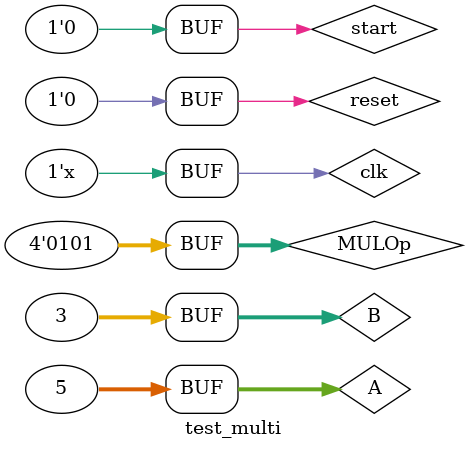
<source format=v>
`timescale 1ns / 1ps


module test_multi;

	// Inputs
	reg [31:0] A;
	reg [31:0] B;
	reg [3:0] MULOp;
	reg  clk;
	reg start;
	reg reset;

	// Outputs
	wire [31:0] HI;
	wire [31:0] LO;
	wire busy;

	// Instantiate the Unit Under Test (UUT)
	multi uut (
		.A(A), 
		.B(B), 
		.HI(HI), 
		.LO(LO), 
		.MULOp(MULOp), 
		.clk(clk), 
		.busy(busy), 
		.start(start), 
		.reset(reset)
	);

	initial begin
		// Initialize Inputs
		A = 5;
		B = 3;
		MULOp = 5;
		clk = 0;
		start = 0;
		reset = 0;
		
		#5 start=1;
		#5 start=0;
		// Wait 100 ns for global reset to finish
		#100;
		
        
		// Add stimulus here

	end
	
	always #5 clk=~clk;
      
endmodule


</source>
